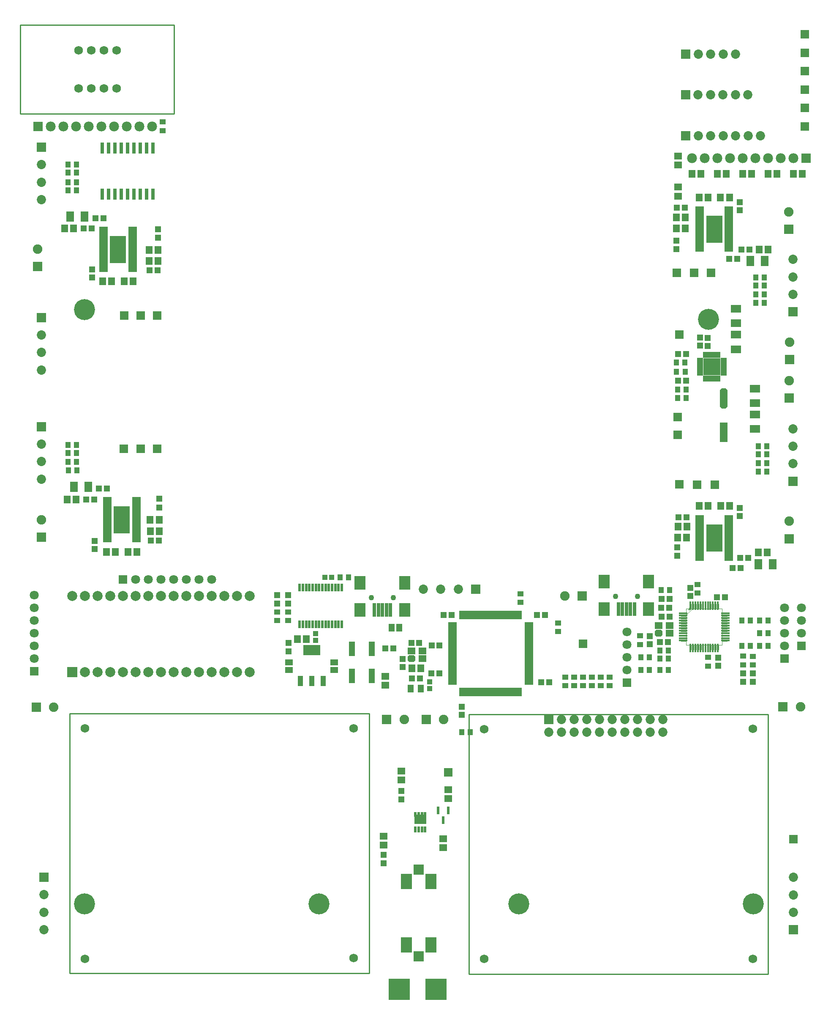
<source format=gts>
G04*
G04 #@! TF.GenerationSoftware,Altium Limited,Altium NEXUS,2.1.5 (53)*
G04*
G04 Layer_Color=8388736*
%FSLAX44Y44*%
%MOMM*%
G71*
G01*
G75*
%ADD15C,0.2540*%
%ADD19C,0.0762*%
%ADD21C,0.0254*%
%ADD54R,0.6100X1.6100*%
%ADD63R,1.4032X1.6032*%
%ADD64R,0.5512X1.6002*%
%ADD65R,1.1032X1.2032*%
%ADD66R,1.6032X1.4032*%
%ADD67R,1.2032X2.9532*%
%ADD68R,1.2032X1.2032*%
%ADD69R,1.7632X0.4832*%
%ADD70R,0.4832X1.7632*%
G04:AMPARAMS|DCode=71|XSize=1.6032mm|YSize=1.3532mm|CornerRadius=0mm|HoleSize=0mm|Usage=FLASHONLY|Rotation=180.000|XOffset=0mm|YOffset=0mm|HoleType=Round|Shape=Octagon|*
%AMOCTAGOND71*
4,1,8,-0.8016,0.3383,-0.8016,-0.3383,-0.4633,-0.6766,0.4633,-0.6766,0.8016,-0.3383,0.8016,0.3383,0.4633,0.6766,-0.4633,0.6766,-0.8016,0.3383,0.0*
%
%ADD71OCTAGOND71*%

%ADD72R,1.6032X1.3532*%
%ADD73R,1.2032X1.2032*%
%ADD74R,1.1032X1.0032*%
%ADD75R,1.2032X1.6032*%
%ADD76R,1.2032X1.1032*%
%ADD77R,2.2032X2.7032*%
%ADD78R,0.7032X2.7032*%
%ADD79R,1.3032X1.6032*%
%ADD80R,1.0032X1.1032*%
%ADD81R,1.2032X1.3032*%
%ADD82R,3.3528X3.3528*%
%ADD83R,1.2700X0.5080*%
%ADD84R,0.5080X1.2700*%
%ADD85R,2.0032X1.5032*%
G04:AMPARAMS|DCode=86|XSize=4.0032mm|YSize=1.5032mm|CornerRadius=0mm|HoleSize=0mm|Usage=FLASHONLY|Rotation=270.000|XOffset=0mm|YOffset=0mm|HoleType=Round|Shape=Octagon|*
%AMOCTAGOND86*
4,1,8,-0.3758,-2.0016,0.3758,-2.0016,0.7516,-1.6258,0.7516,1.6258,0.3758,2.0016,-0.3758,2.0016,-0.7516,1.6258,-0.7516,-1.6258,-0.3758,-2.0016,0.0*
%
%ADD86OCTAGOND86*%

%ADD87R,1.5032X4.0032*%
%ADD88R,0.8032X2.2632*%
%ADD89R,0.2802X0.4532*%
%ADD90R,2.4382X1.9282*%
%ADD91R,0.6082X0.7132*%
%ADD92R,0.6082X1.1932*%
%ADD93R,2.2032X3.1032*%
%ADD94R,2.1032X2.1032*%
%ADD95R,1.1032X2.0632*%
%ADD96R,3.3932X2.0632*%
%ADD97R,1.6032X1.3032*%
%ADD98R,3.3032X5.3832*%
%ADD99R,1.6782X0.6532*%
%ADD100R,1.5032X2.0032*%
%ADD101R,1.6652X0.4426*%
%ADD102R,0.4426X1.6652*%
%ADD103C,4.2032*%
%ADD104C,1.7272*%
%ADD105R,2.0032X2.0032*%
%ADD106C,2.0032*%
%ADD107R,1.8532X1.8532*%
%ADD108C,1.8532*%
%ADD109R,1.8032X1.8032*%
%ADD110R,1.8532X1.8532*%
%ADD111R,1.8032X1.8032*%
%ADD112R,1.9032X1.9032*%
%ADD113C,1.9032*%
%ADD114R,1.9032X1.9032*%
%ADD115C,1.1032*%
%ADD116C,1.8032*%
%ADD117R,1.9812X1.9812*%
%ADD118C,1.9812*%
%ADD119R,4.2032X4.2032*%
D15*
X700050Y91536D02*
Y611536D01*
X100050Y91536D02*
Y611536D01*
X700050D01*
X100050Y91536D02*
X700050D01*
X1372Y1812090D02*
Y1990090D01*
Y1812090D02*
X309372D01*
Y1990090D01*
X1372D02*
X309372D01*
X900000Y610000D02*
X1500000D01*
X900000Y90000D02*
X1500000D01*
Y610000D01*
X900000Y90000D02*
Y610000D01*
D19*
X1341232Y822796D02*
Y818261D01*
X1339342Y821662D02*
X1343121Y819395D01*
Y821662D02*
X1339342Y819395D01*
D21*
X1397703Y820928D02*
X1400497D01*
Y830834D01*
X1397703D02*
X1400497D01*
X1397703Y820928D02*
Y830834D01*
X1392703Y820928D02*
X1395497D01*
Y830834D01*
X1392703D02*
X1395497D01*
X1392703Y820928D02*
Y830834D01*
X1387703Y820928D02*
X1390497D01*
Y830834D01*
X1387703D02*
X1390497D01*
X1387703Y820928D02*
Y830834D01*
X1382703Y820928D02*
X1385497D01*
Y830834D01*
X1382703D02*
X1385497D01*
X1382703Y820928D02*
Y830834D01*
X1377703Y820928D02*
X1380497D01*
Y830834D01*
X1377703D02*
X1380497D01*
X1377703Y820928D02*
Y830834D01*
X1372703Y820928D02*
X1375497D01*
Y830834D01*
X1372703D02*
X1375497D01*
X1372703Y820928D02*
Y830834D01*
X1367703Y820928D02*
X1370497D01*
Y830834D01*
X1367703D02*
X1370497D01*
X1367703Y820928D02*
Y830834D01*
X1362703Y820928D02*
X1365497D01*
Y830834D01*
X1362703D02*
X1365497D01*
X1362703Y820928D02*
Y830834D01*
X1357703Y820928D02*
X1360497D01*
Y830834D01*
X1357703D02*
X1360497D01*
X1357703Y820928D02*
Y830834D01*
X1352703Y820928D02*
X1355497D01*
Y830834D01*
X1352703D02*
X1355497D01*
X1352703Y820928D02*
Y830834D01*
X1347703Y820928D02*
X1350497D01*
Y830834D01*
X1347703D02*
X1350497D01*
X1347703Y820928D02*
Y830834D01*
X1342703Y820928D02*
X1345497D01*
Y830834D01*
X1342703D02*
X1345497D01*
X1342703Y820928D02*
Y830834D01*
X1335532Y810963D02*
Y813757D01*
X1325626D02*
X1335532D01*
X1325626Y810963D02*
Y813757D01*
Y810963D02*
X1335532D01*
Y805963D02*
Y808757D01*
X1325626D02*
X1335532D01*
X1325626Y805963D02*
Y808757D01*
Y805963D02*
X1335532D01*
Y800963D02*
Y803757D01*
X1325626D02*
X1335532D01*
X1325626Y800963D02*
Y803757D01*
Y800963D02*
X1335532D01*
Y795963D02*
Y798757D01*
X1325626D02*
X1335532D01*
X1325626Y795963D02*
Y798757D01*
Y795963D02*
X1335532D01*
Y790963D02*
Y793757D01*
X1325626D02*
X1335532D01*
X1325626Y790963D02*
Y793757D01*
Y790963D02*
X1335532D01*
Y785963D02*
Y788757D01*
X1325626D02*
X1335532D01*
X1325626Y785963D02*
Y788757D01*
Y785963D02*
X1335532D01*
Y780963D02*
Y783757D01*
X1325626D02*
X1335532D01*
X1325626Y780963D02*
Y783757D01*
Y780963D02*
X1335532D01*
Y775963D02*
Y778757D01*
X1325626D02*
X1335532D01*
X1325626Y775963D02*
Y778757D01*
Y775963D02*
X1335532D01*
Y770963D02*
Y773757D01*
X1325626D02*
X1335532D01*
X1325626Y770963D02*
Y773757D01*
Y770963D02*
X1335532D01*
Y765963D02*
Y768757D01*
X1325626D02*
X1335532D01*
X1325626Y765963D02*
Y768757D01*
Y765963D02*
X1335532D01*
Y760963D02*
Y763757D01*
X1325626D02*
X1335532D01*
X1325626Y760963D02*
Y763757D01*
Y760963D02*
X1335532D01*
Y755963D02*
Y758757D01*
X1325626D02*
X1335532D01*
X1325626Y755963D02*
Y758757D01*
Y755963D02*
X1335532D01*
X1342703Y748792D02*
X1345497D01*
X1342703Y738886D02*
Y748792D01*
Y738886D02*
X1345497D01*
Y748792D01*
X1347703D02*
X1350497D01*
X1347703Y738886D02*
Y748792D01*
Y738886D02*
X1350497D01*
Y748792D01*
X1352703D02*
X1355497D01*
X1352703Y738886D02*
Y748792D01*
Y738886D02*
X1355497D01*
Y748792D01*
X1357703D02*
X1360497D01*
X1357703Y738886D02*
Y748792D01*
Y738886D02*
X1360497D01*
Y748792D01*
X1362703D02*
X1365497D01*
X1362703Y738886D02*
Y748792D01*
Y738886D02*
X1365497D01*
Y748792D01*
X1367703D02*
X1370497D01*
X1367703Y738886D02*
Y748792D01*
Y738886D02*
X1370497D01*
Y748792D01*
X1372703D02*
X1375497D01*
X1372703Y738886D02*
Y748792D01*
Y738886D02*
X1375497D01*
Y748792D01*
X1377703D02*
X1380497D01*
X1377703Y738886D02*
Y748792D01*
Y738886D02*
X1380497D01*
Y748792D01*
X1382703D02*
X1385497D01*
X1382703Y738886D02*
Y748792D01*
Y738886D02*
X1385497D01*
Y748792D01*
X1387703D02*
X1390497D01*
X1387703Y738886D02*
Y748792D01*
Y738886D02*
X1390497D01*
Y748792D01*
X1392703D02*
X1395497D01*
X1392703Y738886D02*
Y748792D01*
Y738886D02*
X1395497D01*
Y748792D01*
X1397703D02*
X1400497D01*
X1397703Y738886D02*
Y748792D01*
Y738886D02*
X1400497D01*
Y748792D01*
X1407668Y755963D02*
Y758757D01*
Y755963D02*
X1417574D01*
Y758757D01*
X1407668D02*
X1417574D01*
X1407668Y760963D02*
Y763757D01*
Y760963D02*
X1417574D01*
Y763757D01*
X1407668D02*
X1417574D01*
X1407668Y765963D02*
Y768757D01*
Y765963D02*
X1417574D01*
Y768757D01*
X1407668D02*
X1417574D01*
X1407668Y770963D02*
Y773757D01*
Y770963D02*
X1417574D01*
Y773757D01*
X1407668D02*
X1417574D01*
X1407668Y775963D02*
Y778757D01*
Y775963D02*
X1417574D01*
Y778757D01*
X1407668D02*
X1417574D01*
X1407668Y780963D02*
Y783757D01*
Y780963D02*
X1417574D01*
Y783757D01*
X1407668D02*
X1417574D01*
X1407668Y785963D02*
Y788757D01*
Y785963D02*
X1417574D01*
Y788757D01*
X1407668D02*
X1417574D01*
X1407668Y790963D02*
Y793757D01*
Y790963D02*
X1417574D01*
Y793757D01*
X1407668D02*
X1417574D01*
X1407668Y795963D02*
Y798757D01*
Y795963D02*
X1417574D01*
Y798757D01*
X1407668D02*
X1417574D01*
X1407668Y800963D02*
Y803757D01*
Y800963D02*
X1417574D01*
Y803757D01*
X1407668D02*
X1417574D01*
X1407668Y805963D02*
Y808757D01*
Y805963D02*
X1417574D01*
Y808757D01*
X1407668D02*
X1417574D01*
X1407668Y810963D02*
Y813757D01*
Y810963D02*
X1417574D01*
Y813757D01*
X1407668D02*
X1417574D01*
X1335532Y808228D02*
X1348232Y820928D01*
X1335532Y748792D02*
X1407668D01*
Y820928D01*
X1335532D02*
X1407668D01*
X1335532Y748792D02*
Y820928D01*
D54*
X858610Y417620D02*
D03*
X838110D02*
D03*
X848360Y397720D02*
D03*
D63*
X1550560Y1691640D02*
D03*
X1568560D02*
D03*
X804020Y702310D02*
D03*
X786020D02*
D03*
X556150Y760730D02*
D03*
X574150D02*
D03*
X1517870Y1691640D02*
D03*
X1499870D02*
D03*
X1466960Y1691640D02*
D03*
X1448960D02*
D03*
X1416160D02*
D03*
X1398160D02*
D03*
X1365360D02*
D03*
X1347360D02*
D03*
X113250Y1040130D02*
D03*
X95250D02*
D03*
X90170Y1582420D02*
D03*
X108170D02*
D03*
X261510Y976630D02*
D03*
X279510D02*
D03*
X258970Y1517650D02*
D03*
X276970D02*
D03*
X217060Y934720D02*
D03*
X235060D02*
D03*
X209440Y1477010D02*
D03*
X227440D02*
D03*
X279400Y999490D02*
D03*
X261400D02*
D03*
X276970Y1539240D02*
D03*
X258970D02*
D03*
X173880Y934720D02*
D03*
X191880D02*
D03*
X166260Y1477010D02*
D03*
X184260D02*
D03*
X1498202Y934212D02*
D03*
X1480202D02*
D03*
X1481980Y1540510D02*
D03*
X1499980D02*
D03*
X1337420Y985520D02*
D03*
X1319420D02*
D03*
X1334118Y1604264D02*
D03*
X1316118D02*
D03*
X1379330Y1027430D02*
D03*
X1361330D02*
D03*
X1379330Y1644650D02*
D03*
X1361330D02*
D03*
X1318658Y963930D02*
D03*
X1336658D02*
D03*
X1315610Y1582420D02*
D03*
X1333610D02*
D03*
X1422510Y1027430D02*
D03*
X1404510D02*
D03*
X1422400Y1644650D02*
D03*
X1404400D02*
D03*
D64*
X561000Y863330D02*
D03*
X567500D02*
D03*
X574000D02*
D03*
X580500D02*
D03*
X587000D02*
D03*
X593500D02*
D03*
X600000D02*
D03*
X606500D02*
D03*
X613000D02*
D03*
X619500D02*
D03*
X626000D02*
D03*
X632500D02*
D03*
X639000D02*
D03*
X645500D02*
D03*
X561000Y790210D02*
D03*
X567500D02*
D03*
X574000D02*
D03*
X580500D02*
D03*
X587000D02*
D03*
X600000D02*
D03*
X593500D02*
D03*
X606500D02*
D03*
X613000D02*
D03*
X619500D02*
D03*
X626000D02*
D03*
X632500D02*
D03*
X639000D02*
D03*
X645500D02*
D03*
D65*
X1333364Y1295400D02*
D03*
X1316364D02*
D03*
X1332920Y1314450D02*
D03*
X1315920D02*
D03*
X641740Y883920D02*
D03*
X658740D02*
D03*
X885546Y573922D02*
D03*
X902546D02*
D03*
X1491860Y1450340D02*
D03*
X1474860D02*
D03*
X1491860Y1484630D02*
D03*
X1474860D02*
D03*
X1474860Y1433830D02*
D03*
X1491860D02*
D03*
X1474860Y1468120D02*
D03*
X1491860D02*
D03*
X1496940Y1112520D02*
D03*
X1479940D02*
D03*
X1496940Y1146810D02*
D03*
X1479940D02*
D03*
X1480330Y1096010D02*
D03*
X1497330D02*
D03*
X1479940Y1130300D02*
D03*
X1496940D02*
D03*
X96910Y1710690D02*
D03*
X113910D02*
D03*
X96910Y1675130D02*
D03*
X113910D02*
D03*
X113910Y1694180D02*
D03*
X96910D02*
D03*
X113910Y1658620D02*
D03*
X96910D02*
D03*
X96910Y1149350D02*
D03*
X113910D02*
D03*
X96910Y1115060D02*
D03*
X113910D02*
D03*
X113910Y1132840D02*
D03*
X96910D02*
D03*
X114300Y1098550D02*
D03*
X97300D02*
D03*
X1335650Y1259840D02*
D03*
X1318650D02*
D03*
X1318650Y1243330D02*
D03*
X1335650D02*
D03*
X1482480Y746760D02*
D03*
X1499480D02*
D03*
X1283090Y698500D02*
D03*
X1300090D02*
D03*
X1244990D02*
D03*
X1261990D02*
D03*
X1482870Y772160D02*
D03*
X1499870D02*
D03*
X1464310Y746760D02*
D03*
X1447310D02*
D03*
X1244990Y723900D02*
D03*
X1261990D02*
D03*
X1499480Y797560D02*
D03*
X1482480D02*
D03*
X1463920D02*
D03*
X1446920D02*
D03*
X1300090Y737870D02*
D03*
X1283090D02*
D03*
X1283090Y721360D02*
D03*
X1300090D02*
D03*
X1302630Y858520D02*
D03*
X1285630D02*
D03*
D66*
X732790Y667910D02*
D03*
Y685910D02*
D03*
X848360Y360790D02*
D03*
Y342790D02*
D03*
X728980Y347870D02*
D03*
Y365870D02*
D03*
X764540Y478172D02*
D03*
Y496172D02*
D03*
X858520Y441088D02*
D03*
Y459088D02*
D03*
X1319530Y1647080D02*
D03*
Y1665080D02*
D03*
Y1709310D02*
D03*
Y1727310D02*
D03*
D67*
X705800Y741240D02*
D03*
Y686240D02*
D03*
X665800D02*
D03*
Y741240D02*
D03*
D68*
X732410Y741680D02*
D03*
X748410D02*
D03*
X841120Y692150D02*
D03*
X825120D02*
D03*
X800734Y752856D02*
D03*
X784734D02*
D03*
X801750Y681990D02*
D03*
X785750D02*
D03*
X1036448Y808482D02*
D03*
X1052448D02*
D03*
X1045210Y674370D02*
D03*
X1061210D02*
D03*
X865250Y808482D02*
D03*
X849250D02*
D03*
X841374Y747268D02*
D03*
X825374D02*
D03*
X1335150Y1277620D02*
D03*
X1319150D02*
D03*
X1319150Y1330960D02*
D03*
X1335150D02*
D03*
X158370Y1061720D02*
D03*
X174370D02*
D03*
X152020Y1602740D02*
D03*
X168020D02*
D03*
X132970Y1040130D02*
D03*
X148970D02*
D03*
X143890Y1582420D02*
D03*
X127890D02*
D03*
X262510Y957580D02*
D03*
X278510D02*
D03*
X259970Y1498600D02*
D03*
X275970D02*
D03*
X1444750Y902970D02*
D03*
X1428750D02*
D03*
X1438020Y1521460D02*
D03*
X1422020D02*
D03*
X1459610Y923290D02*
D03*
X1443610D02*
D03*
X1462150Y1540510D02*
D03*
X1446150D02*
D03*
X1336420Y1004570D02*
D03*
X1320420D02*
D03*
X1332610Y1624330D02*
D03*
X1316610D02*
D03*
X1302130Y805180D02*
D03*
X1286130D02*
D03*
X1301750Y822960D02*
D03*
X1285750D02*
D03*
X1413382Y844042D02*
D03*
X1397382D02*
D03*
X1299210Y754380D02*
D03*
X1283210D02*
D03*
X1302130Y840740D02*
D03*
X1286130D02*
D03*
D69*
X866810Y791520D02*
D03*
Y786520D02*
D03*
Y781520D02*
D03*
Y776520D02*
D03*
Y771520D02*
D03*
Y766520D02*
D03*
Y761520D02*
D03*
Y756520D02*
D03*
Y751520D02*
D03*
Y746520D02*
D03*
Y741520D02*
D03*
Y736520D02*
D03*
Y731520D02*
D03*
Y726520D02*
D03*
Y721520D02*
D03*
Y716520D02*
D03*
Y711520D02*
D03*
Y706520D02*
D03*
Y701520D02*
D03*
Y696520D02*
D03*
Y691520D02*
D03*
Y686520D02*
D03*
Y681520D02*
D03*
Y676520D02*
D03*
Y671520D02*
D03*
X1020410D02*
D03*
Y676520D02*
D03*
Y681520D02*
D03*
Y686520D02*
D03*
Y691520D02*
D03*
Y696520D02*
D03*
Y701520D02*
D03*
Y706520D02*
D03*
Y711520D02*
D03*
Y716520D02*
D03*
Y721520D02*
D03*
Y726520D02*
D03*
Y731520D02*
D03*
Y736520D02*
D03*
Y741520D02*
D03*
Y746520D02*
D03*
Y751520D02*
D03*
Y756520D02*
D03*
Y761520D02*
D03*
Y766520D02*
D03*
Y771520D02*
D03*
Y776520D02*
D03*
Y781520D02*
D03*
Y786520D02*
D03*
Y791520D02*
D03*
D70*
X883610Y654720D02*
D03*
X888610D02*
D03*
X893610D02*
D03*
X898610D02*
D03*
X903610D02*
D03*
X908610D02*
D03*
X913610D02*
D03*
X918610D02*
D03*
X923610D02*
D03*
X928610D02*
D03*
X933610D02*
D03*
X938610D02*
D03*
X943610D02*
D03*
X948610D02*
D03*
X953610D02*
D03*
X958610D02*
D03*
X963610D02*
D03*
X968610D02*
D03*
X973610D02*
D03*
X978610D02*
D03*
X983610D02*
D03*
X988610D02*
D03*
X993610D02*
D03*
X998610D02*
D03*
X1003610D02*
D03*
Y808320D02*
D03*
X998610D02*
D03*
X993610D02*
D03*
X988610D02*
D03*
X983610D02*
D03*
X978610D02*
D03*
X973610D02*
D03*
X968610D02*
D03*
X963610D02*
D03*
X958610D02*
D03*
X953610D02*
D03*
X948610D02*
D03*
X943610D02*
D03*
X938610D02*
D03*
X933610D02*
D03*
X928610D02*
D03*
X923610D02*
D03*
X918610D02*
D03*
X913610D02*
D03*
X908610D02*
D03*
X903610D02*
D03*
X898610D02*
D03*
X893610D02*
D03*
X888610D02*
D03*
X883610D02*
D03*
D71*
X785290Y720980D02*
D03*
X1280590Y771780D02*
D03*
D72*
X807290Y736980D02*
D03*
X785290D02*
D03*
X807290Y720980D02*
D03*
X1302590Y787780D02*
D03*
X1280590D02*
D03*
X1302590Y771780D02*
D03*
D73*
X767080Y720470D02*
D03*
Y704470D02*
D03*
X885444Y624458D02*
D03*
Y608458D02*
D03*
X1378204Y1347090D02*
D03*
Y1363090D02*
D03*
X1363218Y1347852D02*
D03*
Y1363852D02*
D03*
X149860Y940690D02*
D03*
Y956690D02*
D03*
X144780Y1484630D02*
D03*
Y1500630D02*
D03*
X1442720Y1022730D02*
D03*
Y1006730D02*
D03*
Y1634870D02*
D03*
Y1618870D02*
D03*
X1262380Y766190D02*
D03*
Y750190D02*
D03*
X1343660Y846710D02*
D03*
Y862710D02*
D03*
X1399540Y723010D02*
D03*
Y707010D02*
D03*
D74*
X821690Y675020D02*
D03*
Y661020D02*
D03*
X593090Y757540D02*
D03*
Y771540D02*
D03*
D75*
X803750Y661670D02*
D03*
X783750D02*
D03*
D76*
X1093470Y667140D02*
D03*
Y684140D02*
D03*
X1111250Y667140D02*
D03*
Y684140D02*
D03*
X1079246Y775344D02*
D03*
Y792344D02*
D03*
X1129030Y667140D02*
D03*
Y684140D02*
D03*
X1146810Y667140D02*
D03*
Y684140D02*
D03*
X1182370Y684140D02*
D03*
Y667140D02*
D03*
X1164590Y684140D02*
D03*
Y667140D02*
D03*
X1003554Y850764D02*
D03*
Y833764D02*
D03*
X537718Y814442D02*
D03*
Y797442D02*
D03*
X515874Y814188D02*
D03*
Y797188D02*
D03*
X286512Y1778390D02*
D03*
Y1795390D02*
D03*
X1243330Y749690D02*
D03*
Y766690D02*
D03*
X1379220Y706510D02*
D03*
Y723510D02*
D03*
X1358646Y869306D02*
D03*
Y852306D02*
D03*
X1449832Y709050D02*
D03*
Y726050D02*
D03*
X1468882Y708796D02*
D03*
Y725796D02*
D03*
D77*
X682192Y873234D02*
D03*
X771392D02*
D03*
X682192Y818434D02*
D03*
X771392D02*
D03*
X1171200Y875520D02*
D03*
X1260400D02*
D03*
X1171200Y820720D02*
D03*
X1260400D02*
D03*
D78*
X710792Y818434D02*
D03*
X718792D02*
D03*
X726792D02*
D03*
X734792D02*
D03*
X742792D02*
D03*
X1199800Y820720D02*
D03*
X1207800D02*
D03*
X1215800D02*
D03*
X1223800D02*
D03*
X1231800D02*
D03*
D79*
X760610Y783590D02*
D03*
X745610D02*
D03*
D80*
X611490Y883920D02*
D03*
X625490D02*
D03*
D81*
X537464Y848106D02*
D03*
Y831106D02*
D03*
X516128Y848106D02*
D03*
Y831106D02*
D03*
X728980Y311540D02*
D03*
Y328540D02*
D03*
X764540Y439302D02*
D03*
Y456302D02*
D03*
X538480Y735720D02*
D03*
Y752720D02*
D03*
X279400Y1041010D02*
D03*
Y1024010D02*
D03*
X276860Y1581150D02*
D03*
Y1564150D02*
D03*
X1318006Y926728D02*
D03*
Y943728D02*
D03*
X1315720Y1540900D02*
D03*
Y1557900D02*
D03*
X1449578Y691506D02*
D03*
Y674506D02*
D03*
X1469136D02*
D03*
Y691506D02*
D03*
D82*
X1386840Y1305560D02*
D03*
D83*
X1410462Y1320546D02*
D03*
Y1315466D02*
D03*
Y1310640D02*
D03*
Y1305560D02*
D03*
Y1300480D02*
D03*
Y1295654D02*
D03*
Y1290574D02*
D03*
X1363218D02*
D03*
Y1295654D02*
D03*
Y1300480D02*
D03*
Y1305560D02*
D03*
Y1310640D02*
D03*
Y1315466D02*
D03*
Y1320546D02*
D03*
D84*
X1401826Y1281938D02*
D03*
X1396746D02*
D03*
X1391920D02*
D03*
X1386840D02*
D03*
X1381760D02*
D03*
X1376934D02*
D03*
X1371854D02*
D03*
Y1329182D02*
D03*
X1376934D02*
D03*
X1381760D02*
D03*
X1386840D02*
D03*
X1391920D02*
D03*
X1396746D02*
D03*
X1401826D02*
D03*
D85*
X1473200Y1261640D02*
D03*
Y1232640D02*
D03*
X1473200Y1210310D02*
D03*
Y1181310D02*
D03*
X1435100Y1340590D02*
D03*
Y1369590D02*
D03*
Y1392660D02*
D03*
Y1421660D02*
D03*
D86*
X1410970Y1242060D02*
D03*
D87*
Y1174060D02*
D03*
D88*
X165100Y1743710D02*
D03*
X177800D02*
D03*
X190500D02*
D03*
X203200D02*
D03*
X215900D02*
D03*
X228600D02*
D03*
X241300D02*
D03*
X254000D02*
D03*
X266700D02*
D03*
Y1650910D02*
D03*
X254000D02*
D03*
X241300D02*
D03*
X228600D02*
D03*
X215900D02*
D03*
X203200D02*
D03*
X190500D02*
D03*
X177800D02*
D03*
X165100D02*
D03*
D89*
X791080Y406720D02*
D03*
X814200D02*
D03*
D90*
X802620Y399350D02*
D03*
D91*
X792720Y410520D02*
D03*
X799320D02*
D03*
X805920D02*
D03*
X812520D02*
D03*
D92*
Y379420D02*
D03*
X805920D02*
D03*
X799320D02*
D03*
X792720D02*
D03*
D93*
X824230Y275590D02*
D03*
X775230D02*
D03*
X824230Y147990D02*
D03*
X775230D02*
D03*
D94*
X799730Y298490D02*
D03*
Y125090D02*
D03*
D95*
X562470Y676640D02*
D03*
X585470D02*
D03*
X608470D02*
D03*
D96*
X585470Y738140D02*
D03*
D97*
X539750Y698620D02*
D03*
Y713620D02*
D03*
X629920Y713620D02*
D03*
Y698620D02*
D03*
D98*
X204470Y999490D02*
D03*
X196850Y1540510D02*
D03*
X1391750Y962470D02*
D03*
X1391920Y1581150D02*
D03*
D99*
X233850Y1041740D02*
D03*
Y1035240D02*
D03*
Y1028740D02*
D03*
Y1022240D02*
D03*
Y1015740D02*
D03*
Y1009240D02*
D03*
Y1002740D02*
D03*
Y996240D02*
D03*
Y989740D02*
D03*
Y983240D02*
D03*
Y976740D02*
D03*
Y970240D02*
D03*
Y963740D02*
D03*
Y957240D02*
D03*
X175090D02*
D03*
Y963740D02*
D03*
Y970240D02*
D03*
Y976740D02*
D03*
Y983240D02*
D03*
Y989740D02*
D03*
Y996240D02*
D03*
Y1002740D02*
D03*
Y1009240D02*
D03*
Y1015740D02*
D03*
Y1022240D02*
D03*
Y1028740D02*
D03*
Y1035240D02*
D03*
Y1041740D02*
D03*
X226230Y1582760D02*
D03*
Y1576260D02*
D03*
Y1569760D02*
D03*
Y1563260D02*
D03*
Y1556760D02*
D03*
Y1550260D02*
D03*
Y1543760D02*
D03*
Y1537260D02*
D03*
Y1530760D02*
D03*
Y1524260D02*
D03*
Y1517760D02*
D03*
Y1511260D02*
D03*
Y1504760D02*
D03*
Y1498260D02*
D03*
X167470D02*
D03*
Y1504760D02*
D03*
Y1511260D02*
D03*
Y1517760D02*
D03*
Y1524260D02*
D03*
Y1530760D02*
D03*
Y1537260D02*
D03*
Y1543760D02*
D03*
Y1550260D02*
D03*
Y1556760D02*
D03*
Y1563260D02*
D03*
Y1569760D02*
D03*
Y1576260D02*
D03*
Y1582760D02*
D03*
X1362370Y920220D02*
D03*
Y926720D02*
D03*
Y933220D02*
D03*
Y939720D02*
D03*
Y946220D02*
D03*
Y952720D02*
D03*
Y959220D02*
D03*
Y965720D02*
D03*
Y972220D02*
D03*
Y978720D02*
D03*
Y985220D02*
D03*
Y991720D02*
D03*
Y998220D02*
D03*
Y1004720D02*
D03*
X1421130D02*
D03*
Y998220D02*
D03*
Y991720D02*
D03*
Y985220D02*
D03*
Y978720D02*
D03*
Y972220D02*
D03*
Y965720D02*
D03*
Y959220D02*
D03*
Y952720D02*
D03*
Y946220D02*
D03*
Y939720D02*
D03*
Y933220D02*
D03*
Y926720D02*
D03*
Y920220D02*
D03*
X1362540Y1538900D02*
D03*
Y1545400D02*
D03*
Y1551900D02*
D03*
Y1558400D02*
D03*
Y1564900D02*
D03*
Y1571400D02*
D03*
Y1577900D02*
D03*
Y1584400D02*
D03*
Y1590900D02*
D03*
Y1597400D02*
D03*
Y1603900D02*
D03*
Y1610400D02*
D03*
Y1616900D02*
D03*
Y1623400D02*
D03*
X1421300D02*
D03*
Y1616900D02*
D03*
Y1610400D02*
D03*
Y1603900D02*
D03*
Y1597400D02*
D03*
Y1590900D02*
D03*
Y1584400D02*
D03*
Y1577900D02*
D03*
Y1571400D02*
D03*
Y1564900D02*
D03*
Y1558400D02*
D03*
Y1551900D02*
D03*
Y1545400D02*
D03*
Y1538900D02*
D03*
D100*
X108690Y1065530D02*
D03*
X137690D02*
D03*
X101070Y1606550D02*
D03*
X130070D02*
D03*
X1480290Y910082D02*
D03*
X1509290D02*
D03*
X1492780Y1517650D02*
D03*
X1463780D02*
D03*
D101*
X1329436Y812360D02*
D03*
Y807360D02*
D03*
Y802360D02*
D03*
Y797360D02*
D03*
Y792360D02*
D03*
Y787360D02*
D03*
Y782360D02*
D03*
Y777360D02*
D03*
Y772360D02*
D03*
Y767360D02*
D03*
Y762360D02*
D03*
Y757360D02*
D03*
X1413764D02*
D03*
Y762360D02*
D03*
Y767360D02*
D03*
Y772360D02*
D03*
Y777360D02*
D03*
Y782360D02*
D03*
Y787360D02*
D03*
Y792360D02*
D03*
Y797360D02*
D03*
Y802360D02*
D03*
Y807360D02*
D03*
Y812360D02*
D03*
D102*
X1344100Y742696D02*
D03*
X1349100D02*
D03*
X1354100D02*
D03*
X1359100D02*
D03*
X1364100D02*
D03*
X1369100D02*
D03*
X1374100D02*
D03*
X1379100D02*
D03*
X1384100D02*
D03*
X1389100D02*
D03*
X1394100D02*
D03*
X1399100D02*
D03*
Y827024D02*
D03*
X1394100D02*
D03*
X1389100D02*
D03*
X1384100D02*
D03*
X1379100D02*
D03*
X1374100D02*
D03*
X1369100D02*
D03*
X1364100D02*
D03*
X1359100D02*
D03*
X1354100D02*
D03*
X1349100D02*
D03*
X1344100D02*
D03*
D103*
X1380000Y1400000D02*
D03*
X130000Y1420000D02*
D03*
X1000000Y230000D02*
D03*
X600000D02*
D03*
X130000D02*
D03*
X1470000D02*
D03*
D104*
X669290Y581406D02*
D03*
Y121666D02*
D03*
X130810Y581406D02*
D03*
Y120396D02*
D03*
X117602Y1863090D02*
D03*
X143002D02*
D03*
X168402D02*
D03*
X193802D02*
D03*
X117602Y1939290D02*
D03*
X143002D02*
D03*
X168402D02*
D03*
X193802D02*
D03*
X1469240Y581140D02*
D03*
Y120130D02*
D03*
X930760Y579870D02*
D03*
Y120130D02*
D03*
D105*
X105410Y694690D02*
D03*
D106*
X130810D02*
D03*
X156210D02*
D03*
X181610D02*
D03*
X207010D02*
D03*
X232410D02*
D03*
X257810D02*
D03*
X283210D02*
D03*
X308610D02*
D03*
X334010D02*
D03*
X359410D02*
D03*
X384810D02*
D03*
X410210D02*
D03*
X435610D02*
D03*
X461010D02*
D03*
Y847090D02*
D03*
X435610D02*
D03*
X410210D02*
D03*
X384810D02*
D03*
X359410D02*
D03*
X334010D02*
D03*
X308610D02*
D03*
X283210D02*
D03*
X257810D02*
D03*
X232410D02*
D03*
X207010D02*
D03*
X181610D02*
D03*
X156210D02*
D03*
X130810D02*
D03*
X105410D02*
D03*
D107*
X913814Y860552D02*
D03*
X1334700Y1931670D02*
D03*
X1334300Y1850390D02*
D03*
X1334700Y1767840D02*
D03*
D108*
X878814Y860552D02*
D03*
X843814D02*
D03*
X808814D02*
D03*
X1060450Y574040D02*
D03*
X1085850Y599440D02*
D03*
Y574040D02*
D03*
X1111250Y599440D02*
D03*
Y574040D02*
D03*
X1136650Y599440D02*
D03*
Y574040D02*
D03*
X1162050Y599440D02*
D03*
Y574040D02*
D03*
X1187450Y599440D02*
D03*
Y574040D02*
D03*
X1212850Y599440D02*
D03*
Y574040D02*
D03*
X1238250Y599440D02*
D03*
Y574040D02*
D03*
X1263650Y599440D02*
D03*
Y574040D02*
D03*
X1289050Y599440D02*
D03*
Y574040D02*
D03*
X1550670Y283360D02*
D03*
Y248360D02*
D03*
Y213360D02*
D03*
X48260Y178640D02*
D03*
Y213640D02*
D03*
Y248640D02*
D03*
X43180Y1299060D02*
D03*
Y1334060D02*
D03*
Y1369060D02*
D03*
X1550000Y1520340D02*
D03*
Y1485340D02*
D03*
Y1450340D02*
D03*
X1549400Y1181530D02*
D03*
Y1146530D02*
D03*
Y1111530D02*
D03*
X43180Y1640130D02*
D03*
Y1675130D02*
D03*
Y1710130D02*
D03*
Y1080620D02*
D03*
Y1115620D02*
D03*
Y1150620D02*
D03*
X1434700Y1931670D02*
D03*
X1409700D02*
D03*
X1384700D02*
D03*
X1359700D02*
D03*
X1359300Y1850390D02*
D03*
X1384300D02*
D03*
X1409300D02*
D03*
X1434300D02*
D03*
X1459300D02*
D03*
X1359700Y1767840D02*
D03*
X1384700D02*
D03*
X1409700D02*
D03*
X1434700D02*
D03*
X1459700D02*
D03*
X1484700D02*
D03*
D109*
X1129030Y751332D02*
D03*
X1393190Y1069340D02*
D03*
X1357630D02*
D03*
X1322070Y1070610D02*
D03*
X1385570Y1493520D02*
D03*
X1351280D02*
D03*
X1316990D02*
D03*
X1573530Y1860550D02*
D03*
Y1786890D02*
D03*
Y1823720D02*
D03*
Y1897380D02*
D03*
Y1934210D02*
D03*
Y1971040D02*
D03*
X209550Y1408430D02*
D03*
X242570D02*
D03*
X275590D02*
D03*
X208280Y1141730D02*
D03*
X242570D02*
D03*
X858774Y493776D02*
D03*
X275590Y1141730D02*
D03*
X1550670Y359664D02*
D03*
X207010Y880110D02*
D03*
D110*
X1060450Y599440D02*
D03*
X1550670Y178360D02*
D03*
X48260Y283640D02*
D03*
X43180Y1404060D02*
D03*
X1550000Y1415340D02*
D03*
X1549400Y1076530D02*
D03*
X43180Y1745130D02*
D03*
Y1185620D02*
D03*
D111*
X1318260Y1205230D02*
D03*
Y1169670D02*
D03*
X1322070Y1370330D02*
D03*
X29210Y695960D02*
D03*
X1216660Y673100D02*
D03*
X1532890Y721360D02*
D03*
X1566418Y746760D02*
D03*
D112*
X1127200Y847090D02*
D03*
X1529640Y624840D02*
D03*
X814578Y599694D02*
D03*
X33020Y623824D02*
D03*
X735382Y599694D02*
D03*
D113*
X1092200Y847090D02*
D03*
X1543050Y1355090D02*
D03*
X1541780Y996390D02*
D03*
X1564640Y624840D02*
D03*
X849578Y599694D02*
D03*
X68020Y623824D02*
D03*
X770382Y599694D02*
D03*
X1541780Y1277620D02*
D03*
X35814Y1541018D02*
D03*
X1541272Y1615440D02*
D03*
X43434Y999236D02*
D03*
D114*
X1543050Y1320090D02*
D03*
X1541780Y961390D02*
D03*
Y1242620D02*
D03*
X35814Y1506018D02*
D03*
X1541272Y1580440D02*
D03*
X43434Y964236D02*
D03*
D115*
X704792Y843534D02*
D03*
X748792D02*
D03*
X1193800Y845820D02*
D03*
X1237800D02*
D03*
D116*
X384810Y880110D02*
D03*
X359410D02*
D03*
X334010D02*
D03*
X308610D02*
D03*
X283210D02*
D03*
X257810D02*
D03*
X232410D02*
D03*
X29210Y848360D02*
D03*
Y822960D02*
D03*
Y797560D02*
D03*
Y772160D02*
D03*
Y721360D02*
D03*
Y746760D02*
D03*
X1216660Y698500D02*
D03*
Y723900D02*
D03*
Y749300D02*
D03*
Y774700D02*
D03*
X1532890Y746760D02*
D03*
Y772160D02*
D03*
Y797560D02*
D03*
Y822960D02*
D03*
X1566418D02*
D03*
Y797560D02*
D03*
Y772160D02*
D03*
D117*
X36830Y1786890D02*
D03*
X1576070Y1723390D02*
D03*
D118*
X62230Y1786890D02*
D03*
X87630D02*
D03*
X113030D02*
D03*
X138430D02*
D03*
X163830D02*
D03*
X189230D02*
D03*
X214630D02*
D03*
X240030D02*
D03*
X265430D02*
D03*
X1550670Y1723390D02*
D03*
X1525270D02*
D03*
X1499870D02*
D03*
X1474470D02*
D03*
X1449070D02*
D03*
X1423670D02*
D03*
X1398270D02*
D03*
X1372870D02*
D03*
X1347470D02*
D03*
D119*
X834390Y59690D02*
D03*
X760730D02*
D03*
M02*

</source>
